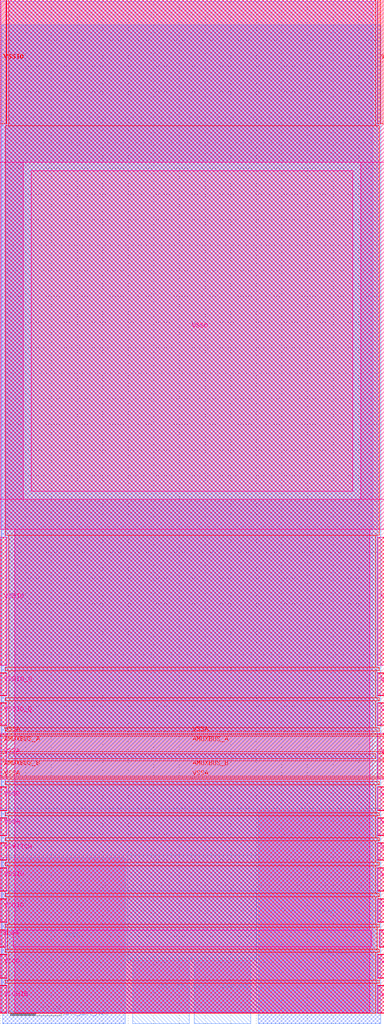
<source format=lef>
VERSION 5.7 ;
  NOWIREEXTENSIONATPIN ON ;
  DIVIDERCHAR "/" ;
  BUSBITCHARS "[]" ;
MACRO sky130_ef_io__vssd_hvc_pad
  CLASS PAD POWER ;
  FOREIGN sky130_ef_io__vssd_hvc_pad ;
  ORIGIN 0.000 0.000 ;
  SIZE 75.000 BY 197.965 ;
  PIN AMUXBUS_A
    DIRECTION INOUT ;
    USE SIGNAL ;
    PORT
      LAYER met4 ;
        RECT 0.000 51.090 75.000 54.070 ;
    END
    PORT
      LAYER met4 ;
        RECT 0.000 51.090 1.270 54.070 ;
    END
  END AMUXBUS_A
  PIN AMUXBUS_B
    DIRECTION INOUT ;
    USE SIGNAL ;
    PORT
      LAYER met4 ;
        RECT 0.000 46.330 75.000 49.310 ;
    END
    PORT
      LAYER met4 ;
        RECT 0.000 46.330 1.270 49.310 ;
    END
  END AMUXBUS_B
  PIN DRN_HVC
    DIRECTION INOUT ;
    USE POWER ;
    PORT
      LAYER met2 ;
        RECT 50.390 -2.035 74.290 23.625 ;
    END
    PORT
      LAYER met3 ;
        RECT 37.890 -2.035 48.890 10.345 ;
    END
  END DRN_HVC
  PIN SRC_BDY_HVC
    DIRECTION INOUT ;
    USE GROUND ;
    PORT
      LAYER met2 ;
        RECT 0.495 -2.035 24.395 0.020 ;
    END
    PORT
      LAYER met3 ;
        RECT 25.895 -2.035 36.895 10.390 ;
    END
  END SRC_BDY_HVC
  PIN VSSA
    DIRECTION INOUT ;
    USE GROUND ;
    PORT
      LAYER met5 ;
        RECT 73.730 45.700 75.000 54.700 ;
    END
    PORT
      LAYER met5 ;
        RECT 73.730 34.805 75.000 38.050 ;
    END
    PORT
      LAYER met5 ;
        RECT 0.000 45.700 1.270 54.700 ;
    END
    PORT
      LAYER met5 ;
        RECT 0.000 34.805 1.270 38.050 ;
    END
    PORT
      LAYER met4 ;
        RECT 73.730 49.610 75.000 50.790 ;
    END
    PORT
      LAYER met4 ;
        RECT 0.000 54.370 75.000 54.700 ;
    END
    PORT
      LAYER met4 ;
        RECT 0.000 45.700 75.000 46.030 ;
    END
    PORT
      LAYER met4 ;
        RECT 73.730 34.700 75.000 38.150 ;
    END
    PORT
      LAYER met4 ;
        RECT 0.000 45.700 1.270 46.030 ;
    END
    PORT
      LAYER met4 ;
        RECT 0.000 49.610 1.270 50.790 ;
    END
    PORT
      LAYER met4 ;
        RECT 0.000 54.370 1.270 54.700 ;
    END
    PORT
      LAYER met4 ;
        RECT 0.000 34.700 1.270 38.150 ;
    END
  END VSSA
  PIN VDDA
    DIRECTION INOUT ;
    USE POWER ;
    PORT
      LAYER met5 ;
        RECT 74.035 13.000 75.000 16.250 ;
    END
    PORT
      LAYER met5 ;
        RECT 0.000 13.000 0.965 16.250 ;
    END
    PORT
      LAYER met4 ;
        RECT 74.035 12.900 75.000 16.350 ;
    END
    PORT
      LAYER met4 ;
        RECT 0.000 12.900 0.965 16.350 ;
    END
  END VDDA
  PIN VSWITCH
    DIRECTION INOUT ;
    USE POWER ;
    PORT
      LAYER met5 ;
        RECT 73.730 29.950 75.000 33.200 ;
    END
    PORT
      LAYER met5 ;
        RECT 0.000 29.950 1.270 33.200 ;
    END
    PORT
      LAYER met4 ;
        RECT 73.730 29.850 75.000 33.300 ;
    END
    PORT
      LAYER met4 ;
        RECT 0.000 29.850 1.270 33.300 ;
    END
  END VSWITCH
  PIN VDDIO_Q
    DIRECTION INOUT ;
    USE POWER ;
    PORT
      LAYER met5 ;
        RECT 73.730 62.150 75.000 66.400 ;
    END
    PORT
      LAYER met5 ;
        RECT 0.000 62.150 1.270 66.400 ;
    END
    PORT
      LAYER met4 ;
        RECT 73.730 62.050 75.000 66.500 ;
    END
    PORT
      LAYER met4 ;
        RECT 0.000 62.050 1.270 66.500 ;
    END
  END VDDIO_Q
  PIN VCCHIB
    DIRECTION INOUT ;
    USE POWER ;
    PORT
      LAYER met5 ;
        RECT 73.730 0.100 75.000 5.350 ;
    END
    PORT
      LAYER met5 ;
        RECT 0.000 0.100 1.270 5.350 ;
    END
    PORT
      LAYER met4 ;
        RECT 73.730 0.000 75.000 5.450 ;
    END
    PORT
      LAYER met4 ;
        RECT 0.000 0.000 1.270 5.450 ;
    END
  END VCCHIB
  PIN VDDIO
    DIRECTION INOUT ;
    USE POWER ;
    PORT
      LAYER met5 ;
        RECT 73.730 68.000 75.000 92.950 ;
    END
    PORT
      LAYER met5 ;
        RECT 73.730 17.850 75.000 22.300 ;
    END
    PORT
      LAYER met5 ;
        RECT 0.000 68.000 1.270 92.950 ;
    END
    PORT
      LAYER met5 ;
        RECT 0.000 17.850 1.270 22.300 ;
    END
    PORT
      LAYER met4 ;
        RECT 73.730 17.750 75.000 22.400 ;
    END
    PORT
      LAYER met4 ;
        RECT 73.730 68.000 75.000 92.965 ;
    END
    PORT
      LAYER met4 ;
        RECT 0.000 17.750 1.270 22.400 ;
    END
    PORT
      LAYER met4 ;
        RECT 0.000 68.000 1.270 92.965 ;
    END
  END VDDIO
  PIN VCCD
    DIRECTION INOUT ;
    USE POWER ;
    PORT
      LAYER met5 ;
        RECT 73.730 6.950 75.000 11.400 ;
    END
    PORT
      LAYER met5 ;
        RECT 0.000 6.950 1.270 11.400 ;
    END
    PORT
      LAYER met4 ;
        RECT 73.730 6.850 75.000 11.500 ;
    END
    PORT
      LAYER met4 ;
        RECT 0.000 6.850 1.270 11.500 ;
    END
  END VCCD
  PIN VSSIO
    DIRECTION INOUT ;
    USE GROUND ;
    PORT
      LAYER met4 ;
        RECT 0.000 173.750 1.205 197.965 ;
    END
    PORT
      LAYER met4 ;
        RECT 74.225 173.750 75.000 197.965 ;
    END
    PORT
      LAYER met5 ;
        RECT 73.730 23.900 75.000 28.350 ;
    END
    PORT
      LAYER met5 ;
        RECT 0.000 23.900 1.270 28.350 ;
    END
    PORT
      LAYER met4 ;
        RECT 73.730 23.800 75.000 28.450 ;
    END
    PORT
      LAYER met4 ;
        RECT 73.730 173.750 75.000 197.965 ;
    END
    PORT
      LAYER met4 ;
        RECT 0.000 173.750 1.270 197.965 ;
    END
    PORT
      LAYER met4 ;
        RECT 0.000 23.800 1.270 28.450 ;
    END
  END VSSIO
  PIN VSSD
    DIRECTION INOUT ;
    USE GROUND ;
    PORT
      LAYER met5 ;
        RECT 6.100 101.975 68.800 164.590 ;
    END
    PORT
      LAYER met3 ;
        RECT 0.495 -2.035 24.395 30.480 ;
    END
    PORT
      LAYER met3 ;
        RECT 50.390 -2.035 74.290 39.565 ;
    END
    PORT
      LAYER met5 ;
        RECT 73.730 39.650 75.000 44.100 ;
    END
    PORT
      LAYER met5 ;
        RECT 0.000 39.650 1.270 44.100 ;
    END
    PORT
      LAYER met4 ;
        RECT 73.730 39.550 75.000 44.200 ;
    END
    PORT
      LAYER met4 ;
        RECT 0.000 39.550 1.270 44.200 ;
    END
  END VSSD
  PIN VSSIO_Q
    DIRECTION INOUT ;
    USE GROUND ;
    PORT
      LAYER met5 ;
        RECT 73.730 56.300 75.000 60.550 ;
    END
    PORT
      LAYER met5 ;
        RECT 0.000 56.300 1.270 60.550 ;
    END
    PORT
      LAYER met4 ;
        RECT 73.730 56.200 75.000 60.650 ;
    END
    PORT
      LAYER met4 ;
        RECT 0.000 56.200 1.270 60.650 ;
    END
  END VSSIO_Q
  OBS
      LAYER li1 ;
        RECT 1.070 0.000 72.775 197.660 ;
      LAYER met1 ;
        RECT 0.185 0.000 73.620 197.690 ;
      LAYER met2 ;
        RECT 0.265 23.905 74.290 193.040 ;
        RECT 0.265 0.300 50.110 23.905 ;
        RECT 24.675 0.000 50.110 0.300 ;
      LAYER met3 ;
        RECT 0.240 39.965 74.290 193.065 ;
        RECT 0.240 30.880 49.990 39.965 ;
        RECT 24.795 10.790 49.990 30.880 ;
        RECT 24.795 10.345 25.495 10.790 ;
        RECT 37.295 10.745 49.990 10.790 ;
        RECT 37.295 10.345 37.490 10.745 ;
        RECT 49.290 10.345 49.990 10.745 ;
      LAYER met4 ;
        RECT 1.670 173.350 73.330 197.965 ;
        RECT 0.965 93.365 74.035 173.350 ;
        RECT 1.670 67.600 73.330 93.365 ;
        RECT 0.965 66.900 74.035 67.600 ;
        RECT 1.670 61.650 73.330 66.900 ;
        RECT 0.965 61.050 74.035 61.650 ;
        RECT 1.670 55.800 73.330 61.050 ;
        RECT 0.965 55.100 74.035 55.800 ;
        RECT 1.670 49.710 73.330 50.690 ;
        RECT 0.965 44.600 74.035 45.300 ;
        RECT 1.670 39.150 73.330 44.600 ;
        RECT 0.965 38.550 74.035 39.150 ;
        RECT 1.670 34.300 73.330 38.550 ;
        RECT 0.965 33.700 74.035 34.300 ;
        RECT 1.670 29.450 73.330 33.700 ;
        RECT 0.965 28.850 74.035 29.450 ;
        RECT 1.670 23.400 73.330 28.850 ;
        RECT 0.965 22.800 74.035 23.400 ;
        RECT 1.670 17.350 73.330 22.800 ;
        RECT 0.965 16.750 74.035 17.350 ;
        RECT 1.365 12.500 73.635 16.750 ;
        RECT 0.965 11.900 74.035 12.500 ;
        RECT 1.670 6.450 73.330 11.900 ;
        RECT 0.965 5.850 74.035 6.450 ;
        RECT 1.670 0.000 73.330 5.850 ;
      LAYER met5 ;
        RECT 0.000 166.190 75.000 197.965 ;
        RECT 0.000 100.375 4.500 166.190 ;
        RECT 70.400 100.375 75.000 166.190 ;
        RECT 0.000 94.550 75.000 100.375 ;
        RECT 2.870 16.250 72.130 94.550 ;
        RECT 2.565 13.000 72.435 16.250 ;
        RECT 2.870 0.100 72.130 13.000 ;
  END
END sky130_ef_io__vssd_hvc_pad
END LIBRARY


</source>
